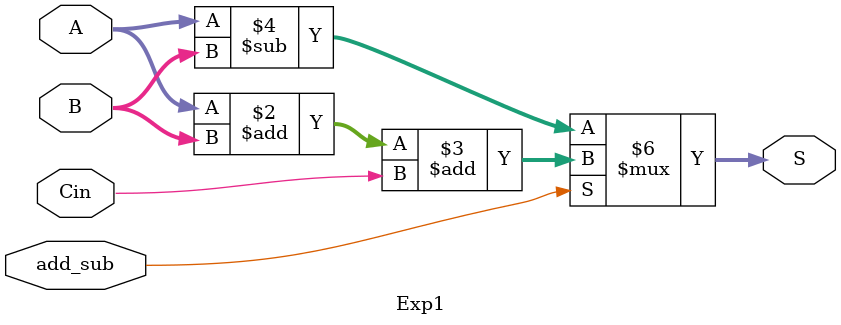
<source format=v>
module Exp1 (A, B, S, Cin, add_sub);

// 4-bit inputs A and B
input [3:0] A, B;
input Cin, add_sub;
// 5-bit output; MSB=carry out and rest is sum value
output reg [4:0] S;

always @(A, B, Cin, add_sub)
	
	// if add_sub is high, perform addition; else, subtraction
	if (add_sub)
		S = A + B + Cin;
		
	else
		S = A - B;
	
endmodule
</source>
